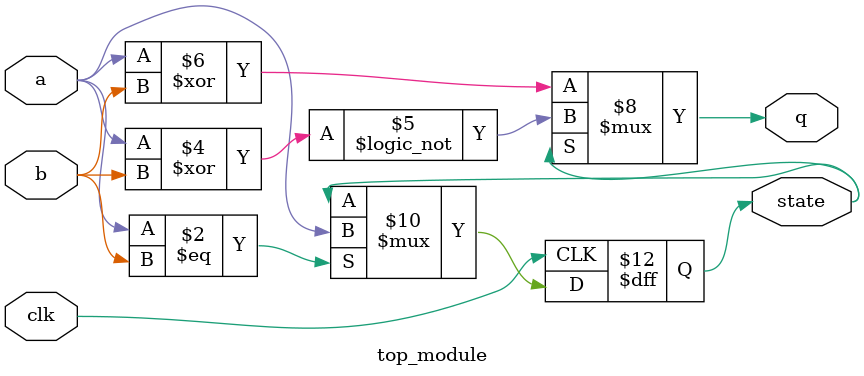
<source format=v>
module top_module (input clk,a,b,output q,state);
    always@(posedge clk) if(a==b) state <= a;
    always@(*)begin
        if (state) q<= !(a^b);
        else q<= a^b;end
endmodule

</source>
